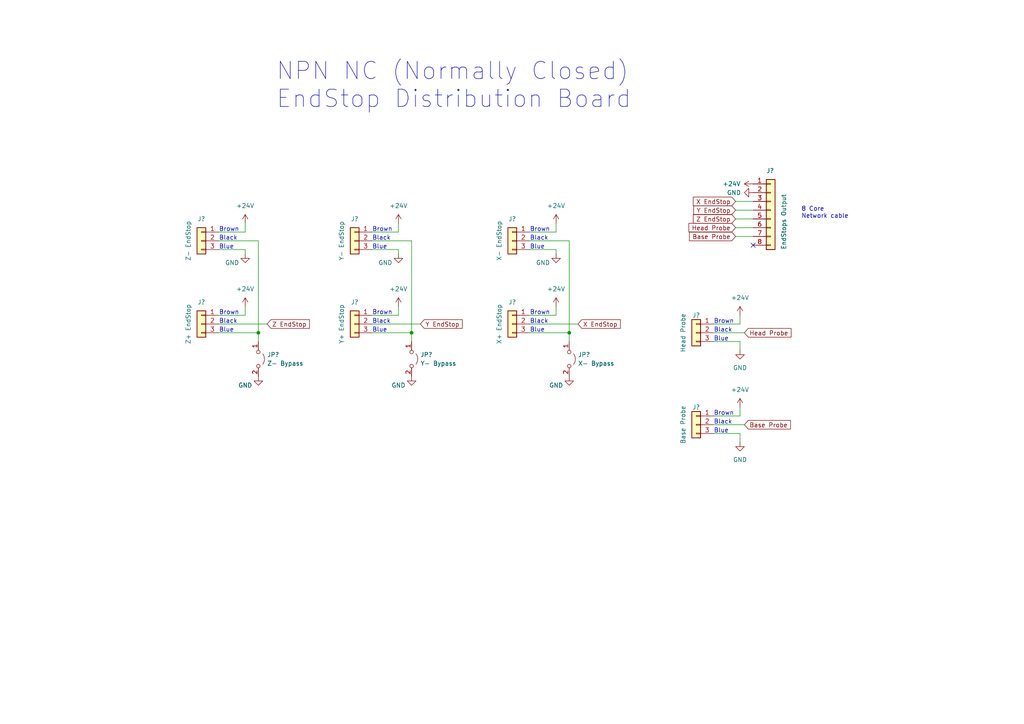
<source format=kicad_sch>
(kicad_sch (version 20211123) (generator eeschema)
  (paper "A4")
  (title_block (title "NPN NC (Normally Closed) Distribution Board"))
  (lib_symbols
    (symbol "Connector_Generic:Conn_01x03" (pin_names (offset 1.016) hide)
      (property "Reference" "J" (at 0 5.08 0))
      (property "Value" "Conn_01x03" (at 0 -5.08 0))
      (symbol "Conn_01x03_1_1"
        (rectangle (start -1.27 -2.413) (end 0 -2.667) (stroke (width 0.1524)))
        (rectangle (start -1.27 0.127) (end 0 -0.127) (stroke (width 0.1524)))
        (rectangle (start -1.27 2.667) (end 0 2.413) (stroke (width 0.1524)))
        (rectangle (start -1.27 3.81) (end 1.27 -3.81) (stroke (width 0.254)) (fill (type background)))
        (pin passive line (at -5.08 2.54 0) (length 3.81) (name "Pin_1") (number "1"))
        (pin passive line (at -5.08 0 0) (length 3.81) (name "Pin_2") (number "2"))
        (pin passive line (at -5.08 -2.54 0) (length 3.81) (name "Pin_3") (number "3"))
      )
    )
    (symbol "Connector_Generic:Conn_01x08" (pin_names (offset 1.016) hide)
      (property "Reference" "J" (at 0 10.16 0))
      (property "Value" "Conn_01x08" (at 0 -12.7 0))
      (symbol "Conn_01x08_1_1"
        (rectangle (start -1.27 -10.033) (end 0 -10.287) (stroke (width 0.1524)))
        (rectangle (start -1.27 -7.493) (end 0 -7.747) (stroke (width 0.1524)))
        (rectangle (start -1.27 -4.953) (end 0 -5.207) (stroke (width 0.1524)))
        (rectangle (start -1.27 -2.413) (end 0 -2.667) (stroke (width 0.1524)))
        (rectangle (start -1.27 0.127) (end 0 -0.127) (stroke (width 0.1524)))
        (rectangle (start -1.27 2.667) (end 0 2.413) (stroke (width 0.1524)))
        (rectangle (start -1.27 5.207) (end 0 4.953) (stroke (width 0.1524)))
        (rectangle (start -1.27 7.747) (end 0 7.493) (stroke (width 0.1524)))
        (rectangle (start -1.27 8.89) (end 1.27 -11.43) (stroke (width 0.254)) (fill (type background)))
        (pin passive line (at -5.08 7.62 0) (length 3.81) (name "Pin_1") (number "1"))
        (pin passive line (at -5.08 5.08 0) (length 3.81) (name "Pin_2") (number "2"))
        (pin passive line (at -5.08 2.54 0) (length 3.81) (name "Pin_3") (number "3"))
        (pin passive line (at -5.08 0 0) (length 3.81) (name "Pin_4") (number "4"))
        (pin passive line (at -5.08 -2.54 0) (length 3.81) (name "Pin_5") (number "5"))
        (pin passive line (at -5.08 -5.08 0) (length 3.81) (name "Pin_6") (number "6"))
        (pin passive line (at -5.08 -7.62 0) (length 3.81) (name "Pin_7") (number "7"))
        (pin passive line (at -5.08 -10.16 0) (length 3.81) (name "Pin_8") (number "8"))
      )
    )
    (symbol "Jumper:Jumper_2_Open" (pin_names (offset 0) hide)
      (property "Reference" "JP" (at 0 2.794 0))
      (property "Value" "Jumper_2_Open" (at 0 -2.286 0))
      (symbol "Jumper_2_Open_0_0"
        (circle (center -2.032 0) (radius 0.508))
        (circle (center 2.032 0) (radius 0.508))
      )
      (symbol "Jumper_2_Open_0_1"
        (arc (start 1.524 1.27) (mid 0 1.778) (end -1.524 1.27))
      )
      (symbol "Jumper_2_Open_1_1"
        (pin passive line (at -5.08 0 0) (length 2.54) (name "A") (number "1"))
        (pin passive line (at 5.08 0 180) (length 2.54) (name "B") (number "2"))
      )
    )
    (symbol "power:+24V" (power) (pin_names (offset 0))
      (property "Value" "+24V" (at 0 3.556 0))
      (symbol "+24V_0_1"
        (polyline (pts (xy -0.762 1.27) (xy 0 2.54)))
        (polyline (pts (xy 0 0) (xy 0 2.54)))
        (polyline (pts (xy 0 2.54) (xy 0.762 1.27)))
      )
      (symbol "+24V_1_1"
        (pin power_in line (at 0 0 90) (length 0) hide (name "+24V") (number "1"))
      )
    )
    (symbol "power:GND" (power) (pin_names (offset 0))
      (property "Value" "GND" (at 0 -3.81 0))
      (symbol "GND_0_1"
        (polyline (pts (xy 0 0) (xy 0 -1.27) (xy 1.27 -1.27) (xy 0 -2.54) (xy -1.27 -1.27) (xy 0 -1.27)))
      )
      (symbol "GND_1_1"
        (pin power_in line (at 0 0 270) (length 0) hide (name "GND") (number "1"))
      )
    )
  )
  (junction (at 119.38 96.52))
  (junction (at 165.1 96.52))
  (junction (at 74.93 96.52))
  (no_connect (at 218.44 71.12))
  (wire (pts (xy 63.5 67.31) (xy 71.12 67.31)))
  (wire (pts (xy 161.29 72.39) (xy 161.29 73.66)))
  (wire (pts (xy 63.5 93.98) (xy 77.47 93.98)))
  (wire (pts (xy 119.38 96.52) (xy 119.38 99.06)))
  (wire (pts (xy 115.57 72.39) (xy 115.57 73.66)))
  (wire (pts (xy 214.63 91.44) (xy 214.63 93.98)))
  (wire (pts (xy 74.93 69.85) (xy 74.93 96.52)))
  (wire (pts (xy 153.67 91.44) (xy 161.29 91.44)))
  (wire (pts (xy 63.5 69.85) (xy 74.93 69.85)))
  (wire (pts (xy 115.57 88.9) (xy 115.57 91.44)))
  (wire (pts (xy 153.67 67.31) (xy 161.29 67.31)))
  (wire (pts (xy 107.95 93.98) (xy 121.92 93.98)))
  (wire (pts (xy 213.36 63.5) (xy 218.44 63.5)))
  (wire (pts (xy 63.5 91.44) (xy 71.12 91.44)))
  (wire (pts (xy 107.95 67.31) (xy 115.57 67.31)))
  (wire (pts (xy 74.93 96.52) (xy 63.5 96.52)))
  (wire (pts (xy 213.36 58.42) (xy 218.44 58.42)))
  (wire (pts (xy 153.67 69.85) (xy 165.1 69.85)))
  (wire (pts (xy 153.67 72.39) (xy 161.29 72.39)))
  (wire (pts (xy 71.12 64.77) (xy 71.12 67.31)))
  (wire (pts (xy 207.01 123.19) (xy 215.9 123.19)))
  (wire (pts (xy 207.01 93.98) (xy 214.63 93.98)))
  (wire (pts (xy 214.63 125.73) (xy 214.63 128.27)))
  (wire (pts (xy 161.29 88.9) (xy 161.29 91.44)))
  (wire (pts (xy 74.93 96.52) (xy 74.93 99.06)))
  (wire (pts (xy 207.01 96.52) (xy 215.9 96.52)))
  (wire (pts (xy 63.5 72.39) (xy 71.12 72.39)))
  (wire (pts (xy 165.1 69.85) (xy 165.1 96.52)))
  (wire (pts (xy 119.38 69.85) (xy 119.38 96.52)))
  (wire (pts (xy 207.01 120.65) (xy 214.63 120.65)))
  (wire (pts (xy 214.63 118.11) (xy 214.63 120.65)))
  (wire (pts (xy 213.36 60.96) (xy 218.44 60.96)))
  (wire (pts (xy 71.12 72.39) (xy 71.12 73.66)))
  (wire (pts (xy 107.95 91.44) (xy 115.57 91.44)))
  (wire (pts (xy 153.67 93.98) (xy 167.64 93.98)))
  (wire (pts (xy 161.29 64.77) (xy 161.29 67.31)))
  (wire (pts (xy 213.36 66.04) (xy 218.44 66.04)))
  (wire (pts (xy 107.95 69.85) (xy 119.38 69.85)))
  (wire (pts (xy 165.1 96.52) (xy 165.1 99.06)))
  (wire (pts (xy 207.01 99.06) (xy 214.63 99.06)))
  (wire (pts (xy 107.95 72.39) (xy 115.57 72.39)))
  (wire (pts (xy 213.36 68.58) (xy 218.44 68.58)))
  (wire (pts (xy 119.38 96.52) (xy 107.95 96.52)))
  (wire (pts (xy 115.57 64.77) (xy 115.57 67.31)))
  (wire (pts (xy 214.63 99.06) (xy 214.63 101.6)))
  (wire (pts (xy 71.12 88.9) (xy 71.12 91.44)))
  (wire (pts (xy 165.1 96.52) (xy 153.67 96.52)))
  (wire (pts (xy 207.01 125.73) (xy 214.63 125.73)))
  (text "Brown" (at 63.5 91.44 0) (effects (font (size 1.27 1.27)) (justify left bottom)))
  (text "Black" (at 153.67 69.85 0) (effects (font (size 1.27 1.27)) (justify left bottom)))
  (text "Brown" (at 107.95 91.44 0) (effects (font (size 1.27 1.27)) (justify left bottom)))
  (text "Brown" (at 207.01 93.98 0) (effects (font (size 1.27 1.27)) (justify left bottom)))
  (text "Blue" (at 153.67 96.52 0) (effects (font (size 1.27 1.27)) (justify left bottom)))
  (text "Brown" (at 153.67 91.44 0) (effects (font (size 1.27 1.27)) (justify left bottom)))
  (text "NPN NC (Normally Closed)\nEndStop Distribution Board" (at 80.01 31.75 0) (effects (font (size 5.02 5.02)) (justify left bottom)))
  (text "Blue" (at 207.01 99.06 0) (effects (font (size 1.27 1.27)) (justify left bottom)))
  (text "Black" (at 107.95 69.85 0) (effects (font (size 1.27 1.27)) (justify left bottom)))
  (text "Black" (at 107.95 93.98 0) (effects (font (size 1.27 1.27)) (justify left bottom)))
  (text "Brown" (at 107.95 67.31 0) (effects (font (size 1.27 1.27)) (justify left bottom)))
  (text "Brown" (at 63.5 67.31 0) (effects (font (size 1.27 1.27)) (justify left bottom)))
  (text "Blue" (at 153.67 72.39 0) (effects (font (size 1.27 1.27)) (justify left bottom)))
  (text "Blue" (at 207.01 125.73 0) (effects (font (size 1.27 1.27)) (justify left bottom)))
  (text "Blue" (at 107.95 96.52 0) (effects (font (size 1.27 1.27)) (justify left bottom)))
  (text "Blue" (at 107.95 72.39 0) (effects (font (size 1.27 1.27)) (justify left bottom)))
  (text "Brown" (at 153.67 67.31 0) (effects (font (size 1.27 1.27)) (justify left bottom)))
  (text "Black" (at 63.5 69.85 0) (effects (font (size 1.27 1.27)) (justify left bottom)))
  (text "8 Core\nNetwork cable" (at 232.41 63.5 0) (effects (font (size 1.27 1.27)) (justify left bottom)))
  (text "Blue" (at 63.5 72.39 0) (effects (font (size 1.27 1.27)) (justify left bottom)))
  (text "Blue" (at 63.5 96.52 0) (effects (font (size 1.27 1.27)) (justify left bottom)))
  (text "Black" (at 153.67 93.98 0) (effects (font (size 1.27 1.27)) (justify left bottom)))
  (text "Black" (at 207.01 123.19 0) (effects (font (size 1.27 1.27)) (justify left bottom)))
  (text "Brown" (at 207.01 120.65 0) (effects (font (size 1.27 1.27)) (justify left bottom)))
  (text "Black" (at 63.5 93.98 0) (effects (font (size 1.27 1.27)) (justify left bottom)))
  (text "Black" (at 207.01 96.52 0) (effects (font (size 1.27 1.27)) (justify left bottom)))
  (global_label "X EndStop" (shape input) (at 213.36 58.42 180) (property "Intersheet References" "${INTERSHEET_REFS}" (effects hide)))
  (global_label "Base Probe" (shape input) (at 215.9 123.19 0) (property "Intersheet References" "${INTERSHEET_REFS}" (effects hide)))
  (global_label "X EndStop" (shape input) (at 167.64 93.98 0) (property "Intersheet References" "${INTERSHEET_REFS}" (effects hide)))
  (global_label "Z EndStop" (shape input) (at 77.47 93.98 0) (property "Intersheet References" "${INTERSHEET_REFS}" (effects hide)))
  (global_label "Head Probe" (shape input) (at 215.9 96.52 0) (property "Intersheet References" "${INTERSHEET_REFS}" (effects hide)))
  (global_label "Y EndStop" (shape input) (at 121.92 93.98 0) (property "Intersheet References" "${INTERSHEET_REFS}" (effects hide)))
  (global_label "Z EndStop" (shape input) (at 213.36 63.5 180) (property "Intersheet References" "${INTERSHEET_REFS}" (effects hide)))
  (global_label "Base Probe" (shape input) (at 213.36 68.58 180) (property "Intersheet References" "${INTERSHEET_REFS}" (effects hide)))
  (global_label "Head Probe" (shape input) (at 213.36 66.04 180) (property "Intersheet References" "${INTERSHEET_REFS}" (effects hide)))
  (global_label "Y EndStop" (shape input) (at 213.36 60.96 180) (property "Intersheet References" "${INTERSHEET_REFS}" (effects hide)))
  (symbol (lib_id "Connector_Generic:Conn_01x03") (at 102.87 93.98 0) (mirror y) (unit 1)
    (property "Reference" "J?" (at 102.87 87.63 0))
    (property "Value" "Y+ EndStop" (at 99.06 93.98 90))
  )
  (symbol (lib_id "Connector_Generic:Conn_01x03") (at 148.59 93.98 0) (mirror y) (unit 1)
    (property "Reference" "J?" (at 148.59 87.63 0))
    (property "Value" "X+ EndStop" (at 144.78 93.98 90))
  )
  (symbol (lib_id "power:+24V") (at 214.63 91.44 0) (unit 1)
    (property "Reference" "#PWR?" (effects hide))
    (property "Value" "+24V" (at 214.63 86.36 0))
  )
  (symbol (lib_id "Connector_Generic:Conn_01x03") (at 58.42 93.98 0) (mirror y) (unit 1)
    (property "Reference" "J?" (at 58.42 87.63 0))
    (property "Value" "Z+ EndStop" (at 54.61 93.98 90))
  )
  (symbol (lib_id "Connector_Generic:Conn_01x08") (at 223.52 60.96 0) (unit 1)
    (property "Reference" "J?" (at 222.25 49.53 0) (effects (justify left)))
    (property "Value" "EndStops Output" (at 227.33 72.39 90) (effects (justify left)))
  )
  (symbol (lib_id "power:GND") (at 214.63 128.27 0) (unit 1)
    (property "Reference" "#PWR?" (effects hide))
    (property "Value" "GND" (at 214.63 133.35 0))
  )
  (symbol (lib_id "power:+24V") (at 115.57 88.9 0) (unit 1)
    (property "Reference" "#PWR?" (effects hide))
    (property "Value" "+24V" (at 115.57 83.82 0))
  )
  (symbol (lib_id "Connector_Generic:Conn_01x03") (at 148.59 69.85 0) (mirror y) (unit 1)
    (property "Reference" "J?" (at 148.59 63.5 0))
    (property "Value" "X- EndStop" (at 144.78 69.85 90))
  )
  (symbol (lib_id "Connector_Generic:Conn_01x03") (at 58.42 69.85 0) (mirror y) (unit 1)
    (property "Reference" "J?" (at 58.42 63.5 0))
    (property "Value" "Z- EndStop" (at 54.61 69.85 90))
  )
  (symbol (lib_id "power:GND") (at 119.38 109.22 0) (unit 1)
    (property "Reference" "#PWR?" (effects hide))
    (property "Value" "GND" (at 115.57 111.76 0))
  )
  (symbol (lib_id "Jumper:Jumper_2_Open") (at 119.38 104.14 270) (unit 1)
    (property "Reference" "JP?" (at 121.92 102.8699 90) (effects (justify left)))
    (property "Value" "Y- Bypass" (at 121.92 105.4099 90) (effects (justify left)))
  )
  (symbol (lib_id "power:GND") (at 161.29 73.66 0) (unit 1)
    (property "Reference" "#PWR?" (effects hide))
    (property "Value" "GND" (at 157.48 76.2 0))
  )
  (symbol (lib_id "Connector_Generic:Conn_01x03") (at 102.87 69.85 0) (mirror y) (unit 1)
    (property "Reference" "J?" (at 102.87 63.5 0))
    (property "Value" "Y- EndStop" (at 99.06 69.85 90))
  )
  (symbol (lib_id "power:GND") (at 218.44 55.88 270) (unit 1)
    (property "Reference" "#PWR?" (effects hide))
    (property "Value" "GND" (at 210.82 55.88 90) (effects (justify left)))
  )
  (symbol (lib_id "Connector_Generic:Conn_01x03") (at 201.93 96.52 0) (mirror y) (unit 1)
    (property "Reference" "J?" (at 201.93 91.44 0))
    (property "Value" "Head Probe" (at 198.12 96.52 90))
  )
  (symbol (lib_id "power:GND") (at 74.93 109.22 0) (unit 1)
    (property "Reference" "#PWR?" (effects hide))
    (property "Value" "GND" (at 71.12 111.76 0))
  )
  (symbol (lib_id "Connector_Generic:Conn_01x03") (at 201.93 123.19 0) (mirror y) (unit 1)
    (property "Reference" "J?" (at 201.93 118.11 0))
    (property "Value" "Base Probe" (at 198.12 123.19 90))
  )
  (symbol (lib_id "power:GND") (at 115.57 73.66 0) (unit 1)
    (property "Reference" "#PWR?" (effects hide))
    (property "Value" "GND" (at 111.76 76.2 0))
  )
  (symbol (lib_id "power:+24V") (at 218.44 53.34 90) (unit 1)
    (property "Reference" "#PWR?" (effects hide))
    (property "Value" "+24V" (at 209.55 53.34 90) (effects (justify right)))
  )
  (symbol (lib_id "Jumper:Jumper_2_Open") (at 74.93 104.14 270) (unit 1)
    (property "Reference" "JP?" (at 77.47 102.8699 90) (effects (justify left)))
    (property "Value" "Z- Bypass" (at 77.47 105.4099 90) (effects (justify left)))
  )
  (symbol (lib_id "Jumper:Jumper_2_Open") (at 165.1 104.14 270) (unit 1)
    (property "Reference" "JP?" (at 167.64 102.8699 90) (effects (justify left)))
    (property "Value" "X- Bypass" (at 167.64 105.4099 90) (effects (justify left)))
  )
  (symbol (lib_id "power:+24V") (at 214.63 118.11 0) (unit 1)
    (property "Reference" "#PWR?" (effects hide))
    (property "Value" "+24V" (at 214.63 113.03 0))
  )
  (symbol (lib_id "power:GND") (at 165.1 109.22 0) (unit 1)
    (property "Reference" "#PWR?" (effects hide))
    (property "Value" "GND" (at 161.29 111.76 0))
  )
  (symbol (lib_id "power:GND") (at 214.63 101.6 0) (unit 1)
    (property "Reference" "#PWR?" (effects hide))
    (property "Value" "GND" (at 214.63 106.68 0))
  )
  (symbol (lib_id "power:+24V") (at 71.12 88.9 0) (unit 1)
    (property "Reference" "#PWR?" (effects hide))
    (property "Value" "+24V" (at 71.12 83.82 0))
  )
  (symbol (lib_id "power:+24V") (at 161.29 88.9 0) (unit 1)
    (property "Reference" "#PWR?" (effects hide))
    (property "Value" "+24V" (at 161.29 83.82 0))
  )
  (symbol (lib_id "power:+24V") (at 161.29 64.77 0) (unit 1)
    (property "Reference" "#PWR?" (effects hide))
    (property "Value" "+24V" (at 161.29 59.69 0))
  )
  (symbol (lib_id "power:+24V") (at 71.12 64.77 0) (unit 1)
    (property "Reference" "#PWR?" (effects hide))
    (property "Value" "+24V" (at 71.12 59.69 0))
  )
  (symbol (lib_id "power:GND") (at 71.12 73.66 0) (unit 1)
    (property "Reference" "#PWR?" (effects hide))
    (property "Value" "GND" (at 67.31 76.2 0))
  )
  (symbol (lib_id "power:+24V") (at 115.57 64.77 0) (unit 1)
    (property "Reference" "#PWR?" (effects hide))
    (property "Value" "+24V" (at 115.57 59.69 0))
  )
)
</source>
